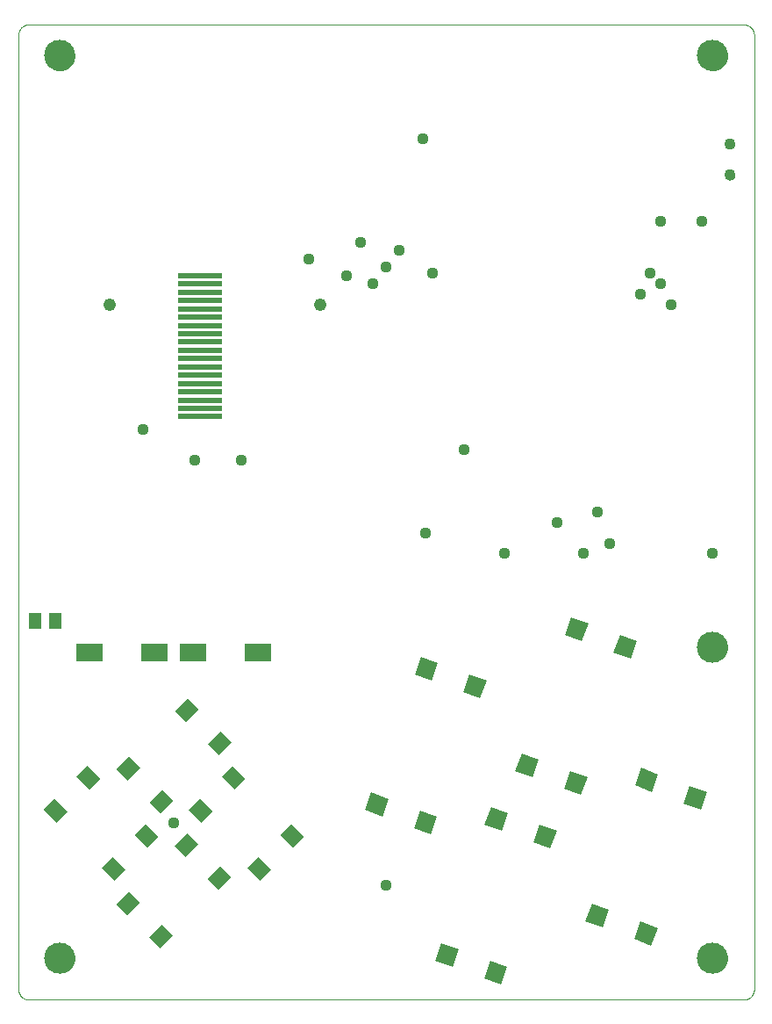
<source format=gts>
G75*
%MOIN*%
%OFA0B0*%
%FSLAX25Y25*%
%IPPOS*%
%LPD*%
%AMOC8*
5,1,8,0,0,1.08239X$1,22.5*
%
%ADD10C,0.00000*%
%ADD11R,0.05131X0.06312*%
%ADD12R,0.16548X0.02375*%
%ADD13R,0.07099X0.06902*%
%ADD14R,0.09855X0.07099*%
%ADD15C,0.04343*%
%ADD16R,0.05918X0.06902*%
%ADD17C,0.11824*%
%ADD18C,0.04369*%
%ADD19C,0.04762*%
D10*
X0055057Y0008630D02*
X0055057Y0370835D01*
X0055059Y0370959D01*
X0055065Y0371082D01*
X0055074Y0371206D01*
X0055088Y0371328D01*
X0055105Y0371451D01*
X0055127Y0371573D01*
X0055152Y0371694D01*
X0055181Y0371814D01*
X0055213Y0371933D01*
X0055250Y0372052D01*
X0055290Y0372169D01*
X0055333Y0372284D01*
X0055381Y0372399D01*
X0055432Y0372511D01*
X0055486Y0372622D01*
X0055544Y0372732D01*
X0055605Y0372839D01*
X0055670Y0372945D01*
X0055738Y0373048D01*
X0055809Y0373149D01*
X0055883Y0373248D01*
X0055960Y0373345D01*
X0056041Y0373439D01*
X0056124Y0373530D01*
X0056210Y0373619D01*
X0056299Y0373705D01*
X0056390Y0373788D01*
X0056484Y0373869D01*
X0056581Y0373946D01*
X0056680Y0374020D01*
X0056781Y0374091D01*
X0056884Y0374159D01*
X0056990Y0374224D01*
X0057097Y0374285D01*
X0057207Y0374343D01*
X0057318Y0374397D01*
X0057430Y0374448D01*
X0057545Y0374496D01*
X0057660Y0374539D01*
X0057777Y0374579D01*
X0057896Y0374616D01*
X0058015Y0374648D01*
X0058135Y0374677D01*
X0058256Y0374702D01*
X0058378Y0374724D01*
X0058501Y0374741D01*
X0058623Y0374755D01*
X0058747Y0374764D01*
X0058870Y0374770D01*
X0058994Y0374772D01*
X0330647Y0374772D01*
X0330771Y0374770D01*
X0330894Y0374764D01*
X0331018Y0374755D01*
X0331140Y0374741D01*
X0331263Y0374724D01*
X0331385Y0374702D01*
X0331506Y0374677D01*
X0331626Y0374648D01*
X0331745Y0374616D01*
X0331864Y0374579D01*
X0331981Y0374539D01*
X0332096Y0374496D01*
X0332211Y0374448D01*
X0332323Y0374397D01*
X0332434Y0374343D01*
X0332544Y0374285D01*
X0332651Y0374224D01*
X0332757Y0374159D01*
X0332860Y0374091D01*
X0332961Y0374020D01*
X0333060Y0373946D01*
X0333157Y0373869D01*
X0333251Y0373788D01*
X0333342Y0373705D01*
X0333431Y0373619D01*
X0333517Y0373530D01*
X0333600Y0373439D01*
X0333681Y0373345D01*
X0333758Y0373248D01*
X0333832Y0373149D01*
X0333903Y0373048D01*
X0333971Y0372945D01*
X0334036Y0372839D01*
X0334097Y0372732D01*
X0334155Y0372622D01*
X0334209Y0372511D01*
X0334260Y0372399D01*
X0334308Y0372284D01*
X0334351Y0372169D01*
X0334391Y0372052D01*
X0334428Y0371933D01*
X0334460Y0371814D01*
X0334489Y0371694D01*
X0334514Y0371573D01*
X0334536Y0371451D01*
X0334553Y0371328D01*
X0334567Y0371206D01*
X0334576Y0371082D01*
X0334582Y0370959D01*
X0334584Y0370835D01*
X0334584Y0008630D01*
X0334582Y0008506D01*
X0334576Y0008383D01*
X0334567Y0008259D01*
X0334553Y0008137D01*
X0334536Y0008014D01*
X0334514Y0007892D01*
X0334489Y0007771D01*
X0334460Y0007651D01*
X0334428Y0007532D01*
X0334391Y0007413D01*
X0334351Y0007296D01*
X0334308Y0007181D01*
X0334260Y0007066D01*
X0334209Y0006954D01*
X0334155Y0006843D01*
X0334097Y0006733D01*
X0334036Y0006626D01*
X0333971Y0006520D01*
X0333903Y0006417D01*
X0333832Y0006316D01*
X0333758Y0006217D01*
X0333681Y0006120D01*
X0333600Y0006026D01*
X0333517Y0005935D01*
X0333431Y0005846D01*
X0333342Y0005760D01*
X0333251Y0005677D01*
X0333157Y0005596D01*
X0333060Y0005519D01*
X0332961Y0005445D01*
X0332860Y0005374D01*
X0332757Y0005306D01*
X0332651Y0005241D01*
X0332544Y0005180D01*
X0332434Y0005122D01*
X0332323Y0005068D01*
X0332211Y0005017D01*
X0332096Y0004969D01*
X0331981Y0004926D01*
X0331864Y0004886D01*
X0331745Y0004849D01*
X0331626Y0004817D01*
X0331506Y0004788D01*
X0331385Y0004763D01*
X0331263Y0004741D01*
X0331140Y0004724D01*
X0331018Y0004710D01*
X0330894Y0004701D01*
X0330771Y0004695D01*
X0330647Y0004693D01*
X0058994Y0004693D01*
X0058870Y0004695D01*
X0058747Y0004701D01*
X0058623Y0004710D01*
X0058501Y0004724D01*
X0058378Y0004741D01*
X0058256Y0004763D01*
X0058135Y0004788D01*
X0058015Y0004817D01*
X0057896Y0004849D01*
X0057777Y0004886D01*
X0057660Y0004926D01*
X0057545Y0004969D01*
X0057430Y0005017D01*
X0057318Y0005068D01*
X0057207Y0005122D01*
X0057097Y0005180D01*
X0056990Y0005241D01*
X0056884Y0005306D01*
X0056781Y0005374D01*
X0056680Y0005445D01*
X0056581Y0005519D01*
X0056484Y0005596D01*
X0056390Y0005677D01*
X0056299Y0005760D01*
X0056210Y0005846D01*
X0056124Y0005935D01*
X0056041Y0006026D01*
X0055960Y0006120D01*
X0055883Y0006217D01*
X0055809Y0006316D01*
X0055738Y0006417D01*
X0055670Y0006520D01*
X0055605Y0006626D01*
X0055544Y0006733D01*
X0055486Y0006843D01*
X0055432Y0006954D01*
X0055381Y0007066D01*
X0055333Y0007181D01*
X0055290Y0007296D01*
X0055250Y0007413D01*
X0055213Y0007532D01*
X0055181Y0007651D01*
X0055152Y0007771D01*
X0055127Y0007892D01*
X0055105Y0008014D01*
X0055088Y0008137D01*
X0055074Y0008259D01*
X0055065Y0008383D01*
X0055059Y0008506D01*
X0055057Y0008630D01*
X0065293Y0020441D02*
X0065295Y0020589D01*
X0065301Y0020737D01*
X0065311Y0020885D01*
X0065325Y0021032D01*
X0065343Y0021179D01*
X0065364Y0021325D01*
X0065390Y0021471D01*
X0065420Y0021616D01*
X0065453Y0021760D01*
X0065491Y0021903D01*
X0065532Y0022045D01*
X0065577Y0022186D01*
X0065625Y0022326D01*
X0065678Y0022465D01*
X0065734Y0022602D01*
X0065794Y0022737D01*
X0065857Y0022871D01*
X0065924Y0023003D01*
X0065995Y0023133D01*
X0066069Y0023261D01*
X0066146Y0023387D01*
X0066227Y0023511D01*
X0066311Y0023633D01*
X0066398Y0023752D01*
X0066489Y0023869D01*
X0066583Y0023984D01*
X0066679Y0024096D01*
X0066779Y0024206D01*
X0066881Y0024312D01*
X0066987Y0024416D01*
X0067095Y0024517D01*
X0067206Y0024615D01*
X0067319Y0024711D01*
X0067435Y0024803D01*
X0067553Y0024892D01*
X0067674Y0024977D01*
X0067797Y0025060D01*
X0067922Y0025139D01*
X0068049Y0025215D01*
X0068178Y0025287D01*
X0068309Y0025356D01*
X0068442Y0025421D01*
X0068577Y0025482D01*
X0068713Y0025540D01*
X0068850Y0025595D01*
X0068989Y0025645D01*
X0069130Y0025692D01*
X0069271Y0025735D01*
X0069414Y0025775D01*
X0069558Y0025810D01*
X0069702Y0025842D01*
X0069848Y0025869D01*
X0069994Y0025893D01*
X0070141Y0025913D01*
X0070288Y0025929D01*
X0070435Y0025941D01*
X0070583Y0025949D01*
X0070731Y0025953D01*
X0070879Y0025953D01*
X0071027Y0025949D01*
X0071175Y0025941D01*
X0071322Y0025929D01*
X0071469Y0025913D01*
X0071616Y0025893D01*
X0071762Y0025869D01*
X0071908Y0025842D01*
X0072052Y0025810D01*
X0072196Y0025775D01*
X0072339Y0025735D01*
X0072480Y0025692D01*
X0072621Y0025645D01*
X0072760Y0025595D01*
X0072897Y0025540D01*
X0073033Y0025482D01*
X0073168Y0025421D01*
X0073301Y0025356D01*
X0073432Y0025287D01*
X0073561Y0025215D01*
X0073688Y0025139D01*
X0073813Y0025060D01*
X0073936Y0024977D01*
X0074057Y0024892D01*
X0074175Y0024803D01*
X0074291Y0024711D01*
X0074404Y0024615D01*
X0074515Y0024517D01*
X0074623Y0024416D01*
X0074729Y0024312D01*
X0074831Y0024206D01*
X0074931Y0024096D01*
X0075027Y0023984D01*
X0075121Y0023869D01*
X0075212Y0023752D01*
X0075299Y0023633D01*
X0075383Y0023511D01*
X0075464Y0023387D01*
X0075541Y0023261D01*
X0075615Y0023133D01*
X0075686Y0023003D01*
X0075753Y0022871D01*
X0075816Y0022737D01*
X0075876Y0022602D01*
X0075932Y0022465D01*
X0075985Y0022326D01*
X0076033Y0022186D01*
X0076078Y0022045D01*
X0076119Y0021903D01*
X0076157Y0021760D01*
X0076190Y0021616D01*
X0076220Y0021471D01*
X0076246Y0021325D01*
X0076267Y0021179D01*
X0076285Y0021032D01*
X0076299Y0020885D01*
X0076309Y0020737D01*
X0076315Y0020589D01*
X0076317Y0020441D01*
X0076315Y0020293D01*
X0076309Y0020145D01*
X0076299Y0019997D01*
X0076285Y0019850D01*
X0076267Y0019703D01*
X0076246Y0019557D01*
X0076220Y0019411D01*
X0076190Y0019266D01*
X0076157Y0019122D01*
X0076119Y0018979D01*
X0076078Y0018837D01*
X0076033Y0018696D01*
X0075985Y0018556D01*
X0075932Y0018417D01*
X0075876Y0018280D01*
X0075816Y0018145D01*
X0075753Y0018011D01*
X0075686Y0017879D01*
X0075615Y0017749D01*
X0075541Y0017621D01*
X0075464Y0017495D01*
X0075383Y0017371D01*
X0075299Y0017249D01*
X0075212Y0017130D01*
X0075121Y0017013D01*
X0075027Y0016898D01*
X0074931Y0016786D01*
X0074831Y0016676D01*
X0074729Y0016570D01*
X0074623Y0016466D01*
X0074515Y0016365D01*
X0074404Y0016267D01*
X0074291Y0016171D01*
X0074175Y0016079D01*
X0074057Y0015990D01*
X0073936Y0015905D01*
X0073813Y0015822D01*
X0073688Y0015743D01*
X0073561Y0015667D01*
X0073432Y0015595D01*
X0073301Y0015526D01*
X0073168Y0015461D01*
X0073033Y0015400D01*
X0072897Y0015342D01*
X0072760Y0015287D01*
X0072621Y0015237D01*
X0072480Y0015190D01*
X0072339Y0015147D01*
X0072196Y0015107D01*
X0072052Y0015072D01*
X0071908Y0015040D01*
X0071762Y0015013D01*
X0071616Y0014989D01*
X0071469Y0014969D01*
X0071322Y0014953D01*
X0071175Y0014941D01*
X0071027Y0014933D01*
X0070879Y0014929D01*
X0070731Y0014929D01*
X0070583Y0014933D01*
X0070435Y0014941D01*
X0070288Y0014953D01*
X0070141Y0014969D01*
X0069994Y0014989D01*
X0069848Y0015013D01*
X0069702Y0015040D01*
X0069558Y0015072D01*
X0069414Y0015107D01*
X0069271Y0015147D01*
X0069130Y0015190D01*
X0068989Y0015237D01*
X0068850Y0015287D01*
X0068713Y0015342D01*
X0068577Y0015400D01*
X0068442Y0015461D01*
X0068309Y0015526D01*
X0068178Y0015595D01*
X0068049Y0015667D01*
X0067922Y0015743D01*
X0067797Y0015822D01*
X0067674Y0015905D01*
X0067553Y0015990D01*
X0067435Y0016079D01*
X0067319Y0016171D01*
X0067206Y0016267D01*
X0067095Y0016365D01*
X0066987Y0016466D01*
X0066881Y0016570D01*
X0066779Y0016676D01*
X0066679Y0016786D01*
X0066583Y0016898D01*
X0066489Y0017013D01*
X0066398Y0017130D01*
X0066311Y0017249D01*
X0066227Y0017371D01*
X0066146Y0017495D01*
X0066069Y0017621D01*
X0065995Y0017749D01*
X0065924Y0017879D01*
X0065857Y0018011D01*
X0065794Y0018145D01*
X0065734Y0018280D01*
X0065678Y0018417D01*
X0065625Y0018556D01*
X0065577Y0018696D01*
X0065532Y0018837D01*
X0065491Y0018979D01*
X0065453Y0019122D01*
X0065420Y0019266D01*
X0065390Y0019411D01*
X0065364Y0019557D01*
X0065343Y0019703D01*
X0065325Y0019850D01*
X0065311Y0019997D01*
X0065301Y0020145D01*
X0065295Y0020293D01*
X0065293Y0020441D01*
X0313324Y0020441D02*
X0313326Y0020589D01*
X0313332Y0020737D01*
X0313342Y0020885D01*
X0313356Y0021032D01*
X0313374Y0021179D01*
X0313395Y0021325D01*
X0313421Y0021471D01*
X0313451Y0021616D01*
X0313484Y0021760D01*
X0313522Y0021903D01*
X0313563Y0022045D01*
X0313608Y0022186D01*
X0313656Y0022326D01*
X0313709Y0022465D01*
X0313765Y0022602D01*
X0313825Y0022737D01*
X0313888Y0022871D01*
X0313955Y0023003D01*
X0314026Y0023133D01*
X0314100Y0023261D01*
X0314177Y0023387D01*
X0314258Y0023511D01*
X0314342Y0023633D01*
X0314429Y0023752D01*
X0314520Y0023869D01*
X0314614Y0023984D01*
X0314710Y0024096D01*
X0314810Y0024206D01*
X0314912Y0024312D01*
X0315018Y0024416D01*
X0315126Y0024517D01*
X0315237Y0024615D01*
X0315350Y0024711D01*
X0315466Y0024803D01*
X0315584Y0024892D01*
X0315705Y0024977D01*
X0315828Y0025060D01*
X0315953Y0025139D01*
X0316080Y0025215D01*
X0316209Y0025287D01*
X0316340Y0025356D01*
X0316473Y0025421D01*
X0316608Y0025482D01*
X0316744Y0025540D01*
X0316881Y0025595D01*
X0317020Y0025645D01*
X0317161Y0025692D01*
X0317302Y0025735D01*
X0317445Y0025775D01*
X0317589Y0025810D01*
X0317733Y0025842D01*
X0317879Y0025869D01*
X0318025Y0025893D01*
X0318172Y0025913D01*
X0318319Y0025929D01*
X0318466Y0025941D01*
X0318614Y0025949D01*
X0318762Y0025953D01*
X0318910Y0025953D01*
X0319058Y0025949D01*
X0319206Y0025941D01*
X0319353Y0025929D01*
X0319500Y0025913D01*
X0319647Y0025893D01*
X0319793Y0025869D01*
X0319939Y0025842D01*
X0320083Y0025810D01*
X0320227Y0025775D01*
X0320370Y0025735D01*
X0320511Y0025692D01*
X0320652Y0025645D01*
X0320791Y0025595D01*
X0320928Y0025540D01*
X0321064Y0025482D01*
X0321199Y0025421D01*
X0321332Y0025356D01*
X0321463Y0025287D01*
X0321592Y0025215D01*
X0321719Y0025139D01*
X0321844Y0025060D01*
X0321967Y0024977D01*
X0322088Y0024892D01*
X0322206Y0024803D01*
X0322322Y0024711D01*
X0322435Y0024615D01*
X0322546Y0024517D01*
X0322654Y0024416D01*
X0322760Y0024312D01*
X0322862Y0024206D01*
X0322962Y0024096D01*
X0323058Y0023984D01*
X0323152Y0023869D01*
X0323243Y0023752D01*
X0323330Y0023633D01*
X0323414Y0023511D01*
X0323495Y0023387D01*
X0323572Y0023261D01*
X0323646Y0023133D01*
X0323717Y0023003D01*
X0323784Y0022871D01*
X0323847Y0022737D01*
X0323907Y0022602D01*
X0323963Y0022465D01*
X0324016Y0022326D01*
X0324064Y0022186D01*
X0324109Y0022045D01*
X0324150Y0021903D01*
X0324188Y0021760D01*
X0324221Y0021616D01*
X0324251Y0021471D01*
X0324277Y0021325D01*
X0324298Y0021179D01*
X0324316Y0021032D01*
X0324330Y0020885D01*
X0324340Y0020737D01*
X0324346Y0020589D01*
X0324348Y0020441D01*
X0324346Y0020293D01*
X0324340Y0020145D01*
X0324330Y0019997D01*
X0324316Y0019850D01*
X0324298Y0019703D01*
X0324277Y0019557D01*
X0324251Y0019411D01*
X0324221Y0019266D01*
X0324188Y0019122D01*
X0324150Y0018979D01*
X0324109Y0018837D01*
X0324064Y0018696D01*
X0324016Y0018556D01*
X0323963Y0018417D01*
X0323907Y0018280D01*
X0323847Y0018145D01*
X0323784Y0018011D01*
X0323717Y0017879D01*
X0323646Y0017749D01*
X0323572Y0017621D01*
X0323495Y0017495D01*
X0323414Y0017371D01*
X0323330Y0017249D01*
X0323243Y0017130D01*
X0323152Y0017013D01*
X0323058Y0016898D01*
X0322962Y0016786D01*
X0322862Y0016676D01*
X0322760Y0016570D01*
X0322654Y0016466D01*
X0322546Y0016365D01*
X0322435Y0016267D01*
X0322322Y0016171D01*
X0322206Y0016079D01*
X0322088Y0015990D01*
X0321967Y0015905D01*
X0321844Y0015822D01*
X0321719Y0015743D01*
X0321592Y0015667D01*
X0321463Y0015595D01*
X0321332Y0015526D01*
X0321199Y0015461D01*
X0321064Y0015400D01*
X0320928Y0015342D01*
X0320791Y0015287D01*
X0320652Y0015237D01*
X0320511Y0015190D01*
X0320370Y0015147D01*
X0320227Y0015107D01*
X0320083Y0015072D01*
X0319939Y0015040D01*
X0319793Y0015013D01*
X0319647Y0014989D01*
X0319500Y0014969D01*
X0319353Y0014953D01*
X0319206Y0014941D01*
X0319058Y0014933D01*
X0318910Y0014929D01*
X0318762Y0014929D01*
X0318614Y0014933D01*
X0318466Y0014941D01*
X0318319Y0014953D01*
X0318172Y0014969D01*
X0318025Y0014989D01*
X0317879Y0015013D01*
X0317733Y0015040D01*
X0317589Y0015072D01*
X0317445Y0015107D01*
X0317302Y0015147D01*
X0317161Y0015190D01*
X0317020Y0015237D01*
X0316881Y0015287D01*
X0316744Y0015342D01*
X0316608Y0015400D01*
X0316473Y0015461D01*
X0316340Y0015526D01*
X0316209Y0015595D01*
X0316080Y0015667D01*
X0315953Y0015743D01*
X0315828Y0015822D01*
X0315705Y0015905D01*
X0315584Y0015990D01*
X0315466Y0016079D01*
X0315350Y0016171D01*
X0315237Y0016267D01*
X0315126Y0016365D01*
X0315018Y0016466D01*
X0314912Y0016570D01*
X0314810Y0016676D01*
X0314710Y0016786D01*
X0314614Y0016898D01*
X0314520Y0017013D01*
X0314429Y0017130D01*
X0314342Y0017249D01*
X0314258Y0017371D01*
X0314177Y0017495D01*
X0314100Y0017621D01*
X0314026Y0017749D01*
X0313955Y0017879D01*
X0313888Y0018011D01*
X0313825Y0018145D01*
X0313765Y0018280D01*
X0313709Y0018417D01*
X0313656Y0018556D01*
X0313608Y0018696D01*
X0313563Y0018837D01*
X0313522Y0018979D01*
X0313484Y0019122D01*
X0313451Y0019266D01*
X0313421Y0019411D01*
X0313395Y0019557D01*
X0313374Y0019703D01*
X0313356Y0019850D01*
X0313342Y0019997D01*
X0313332Y0020145D01*
X0313326Y0020293D01*
X0313324Y0020441D01*
X0313324Y0138551D02*
X0313326Y0138699D01*
X0313332Y0138847D01*
X0313342Y0138995D01*
X0313356Y0139142D01*
X0313374Y0139289D01*
X0313395Y0139435D01*
X0313421Y0139581D01*
X0313451Y0139726D01*
X0313484Y0139870D01*
X0313522Y0140013D01*
X0313563Y0140155D01*
X0313608Y0140296D01*
X0313656Y0140436D01*
X0313709Y0140575D01*
X0313765Y0140712D01*
X0313825Y0140847D01*
X0313888Y0140981D01*
X0313955Y0141113D01*
X0314026Y0141243D01*
X0314100Y0141371D01*
X0314177Y0141497D01*
X0314258Y0141621D01*
X0314342Y0141743D01*
X0314429Y0141862D01*
X0314520Y0141979D01*
X0314614Y0142094D01*
X0314710Y0142206D01*
X0314810Y0142316D01*
X0314912Y0142422D01*
X0315018Y0142526D01*
X0315126Y0142627D01*
X0315237Y0142725D01*
X0315350Y0142821D01*
X0315466Y0142913D01*
X0315584Y0143002D01*
X0315705Y0143087D01*
X0315828Y0143170D01*
X0315953Y0143249D01*
X0316080Y0143325D01*
X0316209Y0143397D01*
X0316340Y0143466D01*
X0316473Y0143531D01*
X0316608Y0143592D01*
X0316744Y0143650D01*
X0316881Y0143705D01*
X0317020Y0143755D01*
X0317161Y0143802D01*
X0317302Y0143845D01*
X0317445Y0143885D01*
X0317589Y0143920D01*
X0317733Y0143952D01*
X0317879Y0143979D01*
X0318025Y0144003D01*
X0318172Y0144023D01*
X0318319Y0144039D01*
X0318466Y0144051D01*
X0318614Y0144059D01*
X0318762Y0144063D01*
X0318910Y0144063D01*
X0319058Y0144059D01*
X0319206Y0144051D01*
X0319353Y0144039D01*
X0319500Y0144023D01*
X0319647Y0144003D01*
X0319793Y0143979D01*
X0319939Y0143952D01*
X0320083Y0143920D01*
X0320227Y0143885D01*
X0320370Y0143845D01*
X0320511Y0143802D01*
X0320652Y0143755D01*
X0320791Y0143705D01*
X0320928Y0143650D01*
X0321064Y0143592D01*
X0321199Y0143531D01*
X0321332Y0143466D01*
X0321463Y0143397D01*
X0321592Y0143325D01*
X0321719Y0143249D01*
X0321844Y0143170D01*
X0321967Y0143087D01*
X0322088Y0143002D01*
X0322206Y0142913D01*
X0322322Y0142821D01*
X0322435Y0142725D01*
X0322546Y0142627D01*
X0322654Y0142526D01*
X0322760Y0142422D01*
X0322862Y0142316D01*
X0322962Y0142206D01*
X0323058Y0142094D01*
X0323152Y0141979D01*
X0323243Y0141862D01*
X0323330Y0141743D01*
X0323414Y0141621D01*
X0323495Y0141497D01*
X0323572Y0141371D01*
X0323646Y0141243D01*
X0323717Y0141113D01*
X0323784Y0140981D01*
X0323847Y0140847D01*
X0323907Y0140712D01*
X0323963Y0140575D01*
X0324016Y0140436D01*
X0324064Y0140296D01*
X0324109Y0140155D01*
X0324150Y0140013D01*
X0324188Y0139870D01*
X0324221Y0139726D01*
X0324251Y0139581D01*
X0324277Y0139435D01*
X0324298Y0139289D01*
X0324316Y0139142D01*
X0324330Y0138995D01*
X0324340Y0138847D01*
X0324346Y0138699D01*
X0324348Y0138551D01*
X0324346Y0138403D01*
X0324340Y0138255D01*
X0324330Y0138107D01*
X0324316Y0137960D01*
X0324298Y0137813D01*
X0324277Y0137667D01*
X0324251Y0137521D01*
X0324221Y0137376D01*
X0324188Y0137232D01*
X0324150Y0137089D01*
X0324109Y0136947D01*
X0324064Y0136806D01*
X0324016Y0136666D01*
X0323963Y0136527D01*
X0323907Y0136390D01*
X0323847Y0136255D01*
X0323784Y0136121D01*
X0323717Y0135989D01*
X0323646Y0135859D01*
X0323572Y0135731D01*
X0323495Y0135605D01*
X0323414Y0135481D01*
X0323330Y0135359D01*
X0323243Y0135240D01*
X0323152Y0135123D01*
X0323058Y0135008D01*
X0322962Y0134896D01*
X0322862Y0134786D01*
X0322760Y0134680D01*
X0322654Y0134576D01*
X0322546Y0134475D01*
X0322435Y0134377D01*
X0322322Y0134281D01*
X0322206Y0134189D01*
X0322088Y0134100D01*
X0321967Y0134015D01*
X0321844Y0133932D01*
X0321719Y0133853D01*
X0321592Y0133777D01*
X0321463Y0133705D01*
X0321332Y0133636D01*
X0321199Y0133571D01*
X0321064Y0133510D01*
X0320928Y0133452D01*
X0320791Y0133397D01*
X0320652Y0133347D01*
X0320511Y0133300D01*
X0320370Y0133257D01*
X0320227Y0133217D01*
X0320083Y0133182D01*
X0319939Y0133150D01*
X0319793Y0133123D01*
X0319647Y0133099D01*
X0319500Y0133079D01*
X0319353Y0133063D01*
X0319206Y0133051D01*
X0319058Y0133043D01*
X0318910Y0133039D01*
X0318762Y0133039D01*
X0318614Y0133043D01*
X0318466Y0133051D01*
X0318319Y0133063D01*
X0318172Y0133079D01*
X0318025Y0133099D01*
X0317879Y0133123D01*
X0317733Y0133150D01*
X0317589Y0133182D01*
X0317445Y0133217D01*
X0317302Y0133257D01*
X0317161Y0133300D01*
X0317020Y0133347D01*
X0316881Y0133397D01*
X0316744Y0133452D01*
X0316608Y0133510D01*
X0316473Y0133571D01*
X0316340Y0133636D01*
X0316209Y0133705D01*
X0316080Y0133777D01*
X0315953Y0133853D01*
X0315828Y0133932D01*
X0315705Y0134015D01*
X0315584Y0134100D01*
X0315466Y0134189D01*
X0315350Y0134281D01*
X0315237Y0134377D01*
X0315126Y0134475D01*
X0315018Y0134576D01*
X0314912Y0134680D01*
X0314810Y0134786D01*
X0314710Y0134896D01*
X0314614Y0135008D01*
X0314520Y0135123D01*
X0314429Y0135240D01*
X0314342Y0135359D01*
X0314258Y0135481D01*
X0314177Y0135605D01*
X0314100Y0135731D01*
X0314026Y0135859D01*
X0313955Y0135989D01*
X0313888Y0136121D01*
X0313825Y0136255D01*
X0313765Y0136390D01*
X0313709Y0136527D01*
X0313656Y0136666D01*
X0313608Y0136806D01*
X0313563Y0136947D01*
X0313522Y0137089D01*
X0313484Y0137232D01*
X0313451Y0137376D01*
X0313421Y0137521D01*
X0313395Y0137667D01*
X0313374Y0137813D01*
X0313356Y0137960D01*
X0313342Y0138107D01*
X0313332Y0138255D01*
X0313326Y0138403D01*
X0313324Y0138551D01*
X0323560Y0317685D02*
X0323562Y0317769D01*
X0323568Y0317852D01*
X0323578Y0317935D01*
X0323592Y0318018D01*
X0323609Y0318100D01*
X0323631Y0318181D01*
X0323656Y0318260D01*
X0323685Y0318339D01*
X0323718Y0318416D01*
X0323754Y0318491D01*
X0323794Y0318565D01*
X0323837Y0318637D01*
X0323884Y0318706D01*
X0323934Y0318773D01*
X0323987Y0318838D01*
X0324043Y0318900D01*
X0324101Y0318960D01*
X0324163Y0319017D01*
X0324227Y0319070D01*
X0324294Y0319121D01*
X0324363Y0319168D01*
X0324434Y0319213D01*
X0324507Y0319253D01*
X0324582Y0319290D01*
X0324659Y0319324D01*
X0324737Y0319354D01*
X0324816Y0319380D01*
X0324897Y0319403D01*
X0324979Y0319421D01*
X0325061Y0319436D01*
X0325144Y0319447D01*
X0325227Y0319454D01*
X0325311Y0319457D01*
X0325395Y0319456D01*
X0325478Y0319451D01*
X0325562Y0319442D01*
X0325644Y0319429D01*
X0325726Y0319413D01*
X0325807Y0319392D01*
X0325888Y0319368D01*
X0325966Y0319340D01*
X0326044Y0319308D01*
X0326120Y0319272D01*
X0326194Y0319233D01*
X0326266Y0319191D01*
X0326336Y0319145D01*
X0326404Y0319096D01*
X0326469Y0319044D01*
X0326532Y0318989D01*
X0326592Y0318931D01*
X0326650Y0318870D01*
X0326704Y0318806D01*
X0326756Y0318740D01*
X0326804Y0318672D01*
X0326849Y0318601D01*
X0326890Y0318528D01*
X0326929Y0318454D01*
X0326963Y0318378D01*
X0326994Y0318300D01*
X0327021Y0318221D01*
X0327045Y0318140D01*
X0327064Y0318059D01*
X0327080Y0317977D01*
X0327092Y0317894D01*
X0327100Y0317810D01*
X0327104Y0317727D01*
X0327104Y0317643D01*
X0327100Y0317560D01*
X0327092Y0317476D01*
X0327080Y0317393D01*
X0327064Y0317311D01*
X0327045Y0317230D01*
X0327021Y0317149D01*
X0326994Y0317070D01*
X0326963Y0316992D01*
X0326929Y0316916D01*
X0326890Y0316842D01*
X0326849Y0316769D01*
X0326804Y0316698D01*
X0326756Y0316630D01*
X0326704Y0316564D01*
X0326650Y0316500D01*
X0326592Y0316439D01*
X0326532Y0316381D01*
X0326469Y0316326D01*
X0326404Y0316274D01*
X0326336Y0316225D01*
X0326266Y0316179D01*
X0326194Y0316137D01*
X0326120Y0316098D01*
X0326044Y0316062D01*
X0325966Y0316030D01*
X0325888Y0316002D01*
X0325807Y0315978D01*
X0325726Y0315957D01*
X0325644Y0315941D01*
X0325562Y0315928D01*
X0325478Y0315919D01*
X0325395Y0315914D01*
X0325311Y0315913D01*
X0325227Y0315916D01*
X0325144Y0315923D01*
X0325061Y0315934D01*
X0324979Y0315949D01*
X0324897Y0315967D01*
X0324816Y0315990D01*
X0324737Y0316016D01*
X0324659Y0316046D01*
X0324582Y0316080D01*
X0324507Y0316117D01*
X0324434Y0316157D01*
X0324363Y0316202D01*
X0324294Y0316249D01*
X0324227Y0316300D01*
X0324163Y0316353D01*
X0324101Y0316410D01*
X0324043Y0316470D01*
X0323987Y0316532D01*
X0323934Y0316597D01*
X0323884Y0316664D01*
X0323837Y0316733D01*
X0323794Y0316805D01*
X0323754Y0316879D01*
X0323718Y0316954D01*
X0323685Y0317031D01*
X0323656Y0317110D01*
X0323631Y0317189D01*
X0323609Y0317270D01*
X0323592Y0317352D01*
X0323578Y0317435D01*
X0323568Y0317518D01*
X0323562Y0317601D01*
X0323560Y0317685D01*
X0323560Y0329496D02*
X0323562Y0329580D01*
X0323568Y0329663D01*
X0323578Y0329746D01*
X0323592Y0329829D01*
X0323609Y0329911D01*
X0323631Y0329992D01*
X0323656Y0330071D01*
X0323685Y0330150D01*
X0323718Y0330227D01*
X0323754Y0330302D01*
X0323794Y0330376D01*
X0323837Y0330448D01*
X0323884Y0330517D01*
X0323934Y0330584D01*
X0323987Y0330649D01*
X0324043Y0330711D01*
X0324101Y0330771D01*
X0324163Y0330828D01*
X0324227Y0330881D01*
X0324294Y0330932D01*
X0324363Y0330979D01*
X0324434Y0331024D01*
X0324507Y0331064D01*
X0324582Y0331101D01*
X0324659Y0331135D01*
X0324737Y0331165D01*
X0324816Y0331191D01*
X0324897Y0331214D01*
X0324979Y0331232D01*
X0325061Y0331247D01*
X0325144Y0331258D01*
X0325227Y0331265D01*
X0325311Y0331268D01*
X0325395Y0331267D01*
X0325478Y0331262D01*
X0325562Y0331253D01*
X0325644Y0331240D01*
X0325726Y0331224D01*
X0325807Y0331203D01*
X0325888Y0331179D01*
X0325966Y0331151D01*
X0326044Y0331119D01*
X0326120Y0331083D01*
X0326194Y0331044D01*
X0326266Y0331002D01*
X0326336Y0330956D01*
X0326404Y0330907D01*
X0326469Y0330855D01*
X0326532Y0330800D01*
X0326592Y0330742D01*
X0326650Y0330681D01*
X0326704Y0330617D01*
X0326756Y0330551D01*
X0326804Y0330483D01*
X0326849Y0330412D01*
X0326890Y0330339D01*
X0326929Y0330265D01*
X0326963Y0330189D01*
X0326994Y0330111D01*
X0327021Y0330032D01*
X0327045Y0329951D01*
X0327064Y0329870D01*
X0327080Y0329788D01*
X0327092Y0329705D01*
X0327100Y0329621D01*
X0327104Y0329538D01*
X0327104Y0329454D01*
X0327100Y0329371D01*
X0327092Y0329287D01*
X0327080Y0329204D01*
X0327064Y0329122D01*
X0327045Y0329041D01*
X0327021Y0328960D01*
X0326994Y0328881D01*
X0326963Y0328803D01*
X0326929Y0328727D01*
X0326890Y0328653D01*
X0326849Y0328580D01*
X0326804Y0328509D01*
X0326756Y0328441D01*
X0326704Y0328375D01*
X0326650Y0328311D01*
X0326592Y0328250D01*
X0326532Y0328192D01*
X0326469Y0328137D01*
X0326404Y0328085D01*
X0326336Y0328036D01*
X0326266Y0327990D01*
X0326194Y0327948D01*
X0326120Y0327909D01*
X0326044Y0327873D01*
X0325966Y0327841D01*
X0325888Y0327813D01*
X0325807Y0327789D01*
X0325726Y0327768D01*
X0325644Y0327752D01*
X0325562Y0327739D01*
X0325478Y0327730D01*
X0325395Y0327725D01*
X0325311Y0327724D01*
X0325227Y0327727D01*
X0325144Y0327734D01*
X0325061Y0327745D01*
X0324979Y0327760D01*
X0324897Y0327778D01*
X0324816Y0327801D01*
X0324737Y0327827D01*
X0324659Y0327857D01*
X0324582Y0327891D01*
X0324507Y0327928D01*
X0324434Y0327968D01*
X0324363Y0328013D01*
X0324294Y0328060D01*
X0324227Y0328111D01*
X0324163Y0328164D01*
X0324101Y0328221D01*
X0324043Y0328281D01*
X0323987Y0328343D01*
X0323934Y0328408D01*
X0323884Y0328475D01*
X0323837Y0328544D01*
X0323794Y0328616D01*
X0323754Y0328690D01*
X0323718Y0328765D01*
X0323685Y0328842D01*
X0323656Y0328921D01*
X0323631Y0329000D01*
X0323609Y0329081D01*
X0323592Y0329163D01*
X0323578Y0329246D01*
X0323568Y0329329D01*
X0323562Y0329412D01*
X0323560Y0329496D01*
X0313324Y0362961D02*
X0313326Y0363109D01*
X0313332Y0363257D01*
X0313342Y0363405D01*
X0313356Y0363552D01*
X0313374Y0363699D01*
X0313395Y0363845D01*
X0313421Y0363991D01*
X0313451Y0364136D01*
X0313484Y0364280D01*
X0313522Y0364423D01*
X0313563Y0364565D01*
X0313608Y0364706D01*
X0313656Y0364846D01*
X0313709Y0364985D01*
X0313765Y0365122D01*
X0313825Y0365257D01*
X0313888Y0365391D01*
X0313955Y0365523D01*
X0314026Y0365653D01*
X0314100Y0365781D01*
X0314177Y0365907D01*
X0314258Y0366031D01*
X0314342Y0366153D01*
X0314429Y0366272D01*
X0314520Y0366389D01*
X0314614Y0366504D01*
X0314710Y0366616D01*
X0314810Y0366726D01*
X0314912Y0366832D01*
X0315018Y0366936D01*
X0315126Y0367037D01*
X0315237Y0367135D01*
X0315350Y0367231D01*
X0315466Y0367323D01*
X0315584Y0367412D01*
X0315705Y0367497D01*
X0315828Y0367580D01*
X0315953Y0367659D01*
X0316080Y0367735D01*
X0316209Y0367807D01*
X0316340Y0367876D01*
X0316473Y0367941D01*
X0316608Y0368002D01*
X0316744Y0368060D01*
X0316881Y0368115D01*
X0317020Y0368165D01*
X0317161Y0368212D01*
X0317302Y0368255D01*
X0317445Y0368295D01*
X0317589Y0368330D01*
X0317733Y0368362D01*
X0317879Y0368389D01*
X0318025Y0368413D01*
X0318172Y0368433D01*
X0318319Y0368449D01*
X0318466Y0368461D01*
X0318614Y0368469D01*
X0318762Y0368473D01*
X0318910Y0368473D01*
X0319058Y0368469D01*
X0319206Y0368461D01*
X0319353Y0368449D01*
X0319500Y0368433D01*
X0319647Y0368413D01*
X0319793Y0368389D01*
X0319939Y0368362D01*
X0320083Y0368330D01*
X0320227Y0368295D01*
X0320370Y0368255D01*
X0320511Y0368212D01*
X0320652Y0368165D01*
X0320791Y0368115D01*
X0320928Y0368060D01*
X0321064Y0368002D01*
X0321199Y0367941D01*
X0321332Y0367876D01*
X0321463Y0367807D01*
X0321592Y0367735D01*
X0321719Y0367659D01*
X0321844Y0367580D01*
X0321967Y0367497D01*
X0322088Y0367412D01*
X0322206Y0367323D01*
X0322322Y0367231D01*
X0322435Y0367135D01*
X0322546Y0367037D01*
X0322654Y0366936D01*
X0322760Y0366832D01*
X0322862Y0366726D01*
X0322962Y0366616D01*
X0323058Y0366504D01*
X0323152Y0366389D01*
X0323243Y0366272D01*
X0323330Y0366153D01*
X0323414Y0366031D01*
X0323495Y0365907D01*
X0323572Y0365781D01*
X0323646Y0365653D01*
X0323717Y0365523D01*
X0323784Y0365391D01*
X0323847Y0365257D01*
X0323907Y0365122D01*
X0323963Y0364985D01*
X0324016Y0364846D01*
X0324064Y0364706D01*
X0324109Y0364565D01*
X0324150Y0364423D01*
X0324188Y0364280D01*
X0324221Y0364136D01*
X0324251Y0363991D01*
X0324277Y0363845D01*
X0324298Y0363699D01*
X0324316Y0363552D01*
X0324330Y0363405D01*
X0324340Y0363257D01*
X0324346Y0363109D01*
X0324348Y0362961D01*
X0324346Y0362813D01*
X0324340Y0362665D01*
X0324330Y0362517D01*
X0324316Y0362370D01*
X0324298Y0362223D01*
X0324277Y0362077D01*
X0324251Y0361931D01*
X0324221Y0361786D01*
X0324188Y0361642D01*
X0324150Y0361499D01*
X0324109Y0361357D01*
X0324064Y0361216D01*
X0324016Y0361076D01*
X0323963Y0360937D01*
X0323907Y0360800D01*
X0323847Y0360665D01*
X0323784Y0360531D01*
X0323717Y0360399D01*
X0323646Y0360269D01*
X0323572Y0360141D01*
X0323495Y0360015D01*
X0323414Y0359891D01*
X0323330Y0359769D01*
X0323243Y0359650D01*
X0323152Y0359533D01*
X0323058Y0359418D01*
X0322962Y0359306D01*
X0322862Y0359196D01*
X0322760Y0359090D01*
X0322654Y0358986D01*
X0322546Y0358885D01*
X0322435Y0358787D01*
X0322322Y0358691D01*
X0322206Y0358599D01*
X0322088Y0358510D01*
X0321967Y0358425D01*
X0321844Y0358342D01*
X0321719Y0358263D01*
X0321592Y0358187D01*
X0321463Y0358115D01*
X0321332Y0358046D01*
X0321199Y0357981D01*
X0321064Y0357920D01*
X0320928Y0357862D01*
X0320791Y0357807D01*
X0320652Y0357757D01*
X0320511Y0357710D01*
X0320370Y0357667D01*
X0320227Y0357627D01*
X0320083Y0357592D01*
X0319939Y0357560D01*
X0319793Y0357533D01*
X0319647Y0357509D01*
X0319500Y0357489D01*
X0319353Y0357473D01*
X0319206Y0357461D01*
X0319058Y0357453D01*
X0318910Y0357449D01*
X0318762Y0357449D01*
X0318614Y0357453D01*
X0318466Y0357461D01*
X0318319Y0357473D01*
X0318172Y0357489D01*
X0318025Y0357509D01*
X0317879Y0357533D01*
X0317733Y0357560D01*
X0317589Y0357592D01*
X0317445Y0357627D01*
X0317302Y0357667D01*
X0317161Y0357710D01*
X0317020Y0357757D01*
X0316881Y0357807D01*
X0316744Y0357862D01*
X0316608Y0357920D01*
X0316473Y0357981D01*
X0316340Y0358046D01*
X0316209Y0358115D01*
X0316080Y0358187D01*
X0315953Y0358263D01*
X0315828Y0358342D01*
X0315705Y0358425D01*
X0315584Y0358510D01*
X0315466Y0358599D01*
X0315350Y0358691D01*
X0315237Y0358787D01*
X0315126Y0358885D01*
X0315018Y0358986D01*
X0314912Y0359090D01*
X0314810Y0359196D01*
X0314710Y0359306D01*
X0314614Y0359418D01*
X0314520Y0359533D01*
X0314429Y0359650D01*
X0314342Y0359769D01*
X0314258Y0359891D01*
X0314177Y0360015D01*
X0314100Y0360141D01*
X0314026Y0360269D01*
X0313955Y0360399D01*
X0313888Y0360531D01*
X0313825Y0360665D01*
X0313765Y0360800D01*
X0313709Y0360937D01*
X0313656Y0361076D01*
X0313608Y0361216D01*
X0313563Y0361357D01*
X0313522Y0361499D01*
X0313484Y0361642D01*
X0313451Y0361786D01*
X0313421Y0361931D01*
X0313395Y0362077D01*
X0313374Y0362223D01*
X0313356Y0362370D01*
X0313342Y0362517D01*
X0313332Y0362665D01*
X0313326Y0362813D01*
X0313324Y0362961D01*
X0065293Y0362961D02*
X0065295Y0363109D01*
X0065301Y0363257D01*
X0065311Y0363405D01*
X0065325Y0363552D01*
X0065343Y0363699D01*
X0065364Y0363845D01*
X0065390Y0363991D01*
X0065420Y0364136D01*
X0065453Y0364280D01*
X0065491Y0364423D01*
X0065532Y0364565D01*
X0065577Y0364706D01*
X0065625Y0364846D01*
X0065678Y0364985D01*
X0065734Y0365122D01*
X0065794Y0365257D01*
X0065857Y0365391D01*
X0065924Y0365523D01*
X0065995Y0365653D01*
X0066069Y0365781D01*
X0066146Y0365907D01*
X0066227Y0366031D01*
X0066311Y0366153D01*
X0066398Y0366272D01*
X0066489Y0366389D01*
X0066583Y0366504D01*
X0066679Y0366616D01*
X0066779Y0366726D01*
X0066881Y0366832D01*
X0066987Y0366936D01*
X0067095Y0367037D01*
X0067206Y0367135D01*
X0067319Y0367231D01*
X0067435Y0367323D01*
X0067553Y0367412D01*
X0067674Y0367497D01*
X0067797Y0367580D01*
X0067922Y0367659D01*
X0068049Y0367735D01*
X0068178Y0367807D01*
X0068309Y0367876D01*
X0068442Y0367941D01*
X0068577Y0368002D01*
X0068713Y0368060D01*
X0068850Y0368115D01*
X0068989Y0368165D01*
X0069130Y0368212D01*
X0069271Y0368255D01*
X0069414Y0368295D01*
X0069558Y0368330D01*
X0069702Y0368362D01*
X0069848Y0368389D01*
X0069994Y0368413D01*
X0070141Y0368433D01*
X0070288Y0368449D01*
X0070435Y0368461D01*
X0070583Y0368469D01*
X0070731Y0368473D01*
X0070879Y0368473D01*
X0071027Y0368469D01*
X0071175Y0368461D01*
X0071322Y0368449D01*
X0071469Y0368433D01*
X0071616Y0368413D01*
X0071762Y0368389D01*
X0071908Y0368362D01*
X0072052Y0368330D01*
X0072196Y0368295D01*
X0072339Y0368255D01*
X0072480Y0368212D01*
X0072621Y0368165D01*
X0072760Y0368115D01*
X0072897Y0368060D01*
X0073033Y0368002D01*
X0073168Y0367941D01*
X0073301Y0367876D01*
X0073432Y0367807D01*
X0073561Y0367735D01*
X0073688Y0367659D01*
X0073813Y0367580D01*
X0073936Y0367497D01*
X0074057Y0367412D01*
X0074175Y0367323D01*
X0074291Y0367231D01*
X0074404Y0367135D01*
X0074515Y0367037D01*
X0074623Y0366936D01*
X0074729Y0366832D01*
X0074831Y0366726D01*
X0074931Y0366616D01*
X0075027Y0366504D01*
X0075121Y0366389D01*
X0075212Y0366272D01*
X0075299Y0366153D01*
X0075383Y0366031D01*
X0075464Y0365907D01*
X0075541Y0365781D01*
X0075615Y0365653D01*
X0075686Y0365523D01*
X0075753Y0365391D01*
X0075816Y0365257D01*
X0075876Y0365122D01*
X0075932Y0364985D01*
X0075985Y0364846D01*
X0076033Y0364706D01*
X0076078Y0364565D01*
X0076119Y0364423D01*
X0076157Y0364280D01*
X0076190Y0364136D01*
X0076220Y0363991D01*
X0076246Y0363845D01*
X0076267Y0363699D01*
X0076285Y0363552D01*
X0076299Y0363405D01*
X0076309Y0363257D01*
X0076315Y0363109D01*
X0076317Y0362961D01*
X0076315Y0362813D01*
X0076309Y0362665D01*
X0076299Y0362517D01*
X0076285Y0362370D01*
X0076267Y0362223D01*
X0076246Y0362077D01*
X0076220Y0361931D01*
X0076190Y0361786D01*
X0076157Y0361642D01*
X0076119Y0361499D01*
X0076078Y0361357D01*
X0076033Y0361216D01*
X0075985Y0361076D01*
X0075932Y0360937D01*
X0075876Y0360800D01*
X0075816Y0360665D01*
X0075753Y0360531D01*
X0075686Y0360399D01*
X0075615Y0360269D01*
X0075541Y0360141D01*
X0075464Y0360015D01*
X0075383Y0359891D01*
X0075299Y0359769D01*
X0075212Y0359650D01*
X0075121Y0359533D01*
X0075027Y0359418D01*
X0074931Y0359306D01*
X0074831Y0359196D01*
X0074729Y0359090D01*
X0074623Y0358986D01*
X0074515Y0358885D01*
X0074404Y0358787D01*
X0074291Y0358691D01*
X0074175Y0358599D01*
X0074057Y0358510D01*
X0073936Y0358425D01*
X0073813Y0358342D01*
X0073688Y0358263D01*
X0073561Y0358187D01*
X0073432Y0358115D01*
X0073301Y0358046D01*
X0073168Y0357981D01*
X0073033Y0357920D01*
X0072897Y0357862D01*
X0072760Y0357807D01*
X0072621Y0357757D01*
X0072480Y0357710D01*
X0072339Y0357667D01*
X0072196Y0357627D01*
X0072052Y0357592D01*
X0071908Y0357560D01*
X0071762Y0357533D01*
X0071616Y0357509D01*
X0071469Y0357489D01*
X0071322Y0357473D01*
X0071175Y0357461D01*
X0071027Y0357453D01*
X0070879Y0357449D01*
X0070731Y0357449D01*
X0070583Y0357453D01*
X0070435Y0357461D01*
X0070288Y0357473D01*
X0070141Y0357489D01*
X0069994Y0357509D01*
X0069848Y0357533D01*
X0069702Y0357560D01*
X0069558Y0357592D01*
X0069414Y0357627D01*
X0069271Y0357667D01*
X0069130Y0357710D01*
X0068989Y0357757D01*
X0068850Y0357807D01*
X0068713Y0357862D01*
X0068577Y0357920D01*
X0068442Y0357981D01*
X0068309Y0358046D01*
X0068178Y0358115D01*
X0068049Y0358187D01*
X0067922Y0358263D01*
X0067797Y0358342D01*
X0067674Y0358425D01*
X0067553Y0358510D01*
X0067435Y0358599D01*
X0067319Y0358691D01*
X0067206Y0358787D01*
X0067095Y0358885D01*
X0066987Y0358986D01*
X0066881Y0359090D01*
X0066779Y0359196D01*
X0066679Y0359306D01*
X0066583Y0359418D01*
X0066489Y0359533D01*
X0066398Y0359650D01*
X0066311Y0359769D01*
X0066227Y0359891D01*
X0066146Y0360015D01*
X0066069Y0360141D01*
X0065995Y0360269D01*
X0065924Y0360399D01*
X0065857Y0360531D01*
X0065794Y0360665D01*
X0065734Y0360800D01*
X0065678Y0360937D01*
X0065625Y0361076D01*
X0065577Y0361216D01*
X0065532Y0361357D01*
X0065491Y0361499D01*
X0065453Y0361642D01*
X0065420Y0361786D01*
X0065390Y0361931D01*
X0065364Y0362077D01*
X0065343Y0362223D01*
X0065325Y0362370D01*
X0065311Y0362517D01*
X0065301Y0362665D01*
X0065295Y0362813D01*
X0065293Y0362961D01*
D11*
X0061356Y0148394D03*
X0069230Y0148394D03*
D12*
X0123954Y0225953D03*
X0123954Y0229102D03*
X0123954Y0232252D03*
X0123954Y0235402D03*
X0123954Y0238551D03*
X0123954Y0241701D03*
X0123954Y0244850D03*
X0123954Y0248000D03*
X0123954Y0251150D03*
X0123954Y0254299D03*
X0123954Y0257449D03*
X0123954Y0260598D03*
X0123954Y0263748D03*
X0123954Y0266898D03*
X0123954Y0270047D03*
X0123954Y0273197D03*
X0123954Y0276346D03*
X0123954Y0279496D03*
D13*
G36*
X0214494Y0132539D02*
X0212067Y0125870D01*
X0205582Y0128231D01*
X0208009Y0134900D01*
X0214494Y0132539D01*
G37*
G36*
X0232992Y0125806D02*
X0230565Y0119137D01*
X0224080Y0121498D01*
X0226507Y0128167D01*
X0232992Y0125806D01*
G37*
G36*
X0252800Y0095740D02*
X0250373Y0089071D01*
X0243888Y0091432D01*
X0246315Y0098101D01*
X0252800Y0095740D01*
G37*
G36*
X0271298Y0089008D02*
X0268871Y0082339D01*
X0262386Y0084700D01*
X0264813Y0091369D01*
X0271298Y0089008D01*
G37*
G36*
X0259614Y0068716D02*
X0257187Y0062047D01*
X0250702Y0064408D01*
X0253129Y0071077D01*
X0259614Y0068716D01*
G37*
G36*
X0241116Y0075448D02*
X0238689Y0068779D01*
X0232204Y0071140D01*
X0234631Y0077809D01*
X0241116Y0075448D01*
G37*
G36*
X0214208Y0074197D02*
X0211781Y0067528D01*
X0205296Y0069889D01*
X0207723Y0076558D01*
X0214208Y0074197D01*
G37*
G36*
X0195710Y0080930D02*
X0193283Y0074261D01*
X0186798Y0076622D01*
X0189225Y0083291D01*
X0195710Y0080930D01*
G37*
G36*
X0222332Y0023839D02*
X0219905Y0017170D01*
X0213420Y0019531D01*
X0215847Y0026200D01*
X0222332Y0023839D01*
G37*
G36*
X0240829Y0017107D02*
X0238402Y0010438D01*
X0231917Y0012799D01*
X0234344Y0019468D01*
X0240829Y0017107D01*
G37*
G36*
X0279422Y0038650D02*
X0276995Y0031981D01*
X0270510Y0034342D01*
X0272937Y0041011D01*
X0279422Y0038650D01*
G37*
G36*
X0297920Y0031917D02*
X0295493Y0025248D01*
X0289008Y0027609D01*
X0291435Y0034278D01*
X0297920Y0031917D01*
G37*
G36*
X0316704Y0083526D02*
X0314277Y0076857D01*
X0307792Y0079218D01*
X0310219Y0085887D01*
X0316704Y0083526D01*
G37*
G36*
X0298206Y0090259D02*
X0295779Y0083590D01*
X0289294Y0085951D01*
X0291721Y0092620D01*
X0298206Y0090259D01*
G37*
G36*
X0290082Y0140617D02*
X0287655Y0133948D01*
X0281170Y0136309D01*
X0283597Y0142978D01*
X0290082Y0140617D01*
G37*
G36*
X0271584Y0147349D02*
X0269157Y0140680D01*
X0262672Y0143041D01*
X0265099Y0149710D01*
X0271584Y0147349D01*
G37*
D14*
X0146198Y0136583D03*
X0121395Y0136583D03*
X0106828Y0136583D03*
X0082025Y0136583D03*
D15*
X0325332Y0317685D03*
X0325332Y0329496D03*
D16*
G36*
X0119261Y0119074D02*
X0123446Y0114889D01*
X0118567Y0110010D01*
X0114382Y0114195D01*
X0119261Y0119074D01*
G37*
G36*
X0131788Y0106547D02*
X0135973Y0102362D01*
X0131094Y0097483D01*
X0126909Y0101668D01*
X0131788Y0106547D01*
G37*
G36*
X0141401Y0088605D02*
X0137216Y0084420D01*
X0132337Y0089299D01*
X0136522Y0093484D01*
X0141401Y0088605D01*
G37*
G36*
X0128873Y0076077D02*
X0124688Y0071892D01*
X0119809Y0076771D01*
X0123994Y0080956D01*
X0128873Y0076077D01*
G37*
G36*
X0118567Y0058829D02*
X0114382Y0063014D01*
X0119261Y0067893D01*
X0123446Y0063708D01*
X0118567Y0058829D01*
G37*
G36*
X0131094Y0046302D02*
X0126909Y0050487D01*
X0131788Y0055366D01*
X0135973Y0051181D01*
X0131094Y0046302D01*
G37*
G36*
X0151005Y0053945D02*
X0146820Y0049760D01*
X0141941Y0054639D01*
X0146126Y0058824D01*
X0151005Y0053945D01*
G37*
G36*
X0163533Y0066473D02*
X0159348Y0062288D01*
X0154469Y0067167D01*
X0158654Y0071352D01*
X0163533Y0066473D01*
G37*
G36*
X0109657Y0084415D02*
X0113842Y0080230D01*
X0108963Y0075351D01*
X0104778Y0079536D01*
X0109657Y0084415D01*
G37*
G36*
X0097129Y0096942D02*
X0101314Y0092757D01*
X0096435Y0087878D01*
X0092250Y0092063D01*
X0097129Y0096942D01*
G37*
G36*
X0077219Y0089299D02*
X0081404Y0093484D01*
X0086283Y0088605D01*
X0082098Y0084420D01*
X0077219Y0089299D01*
G37*
G36*
X0064691Y0076771D02*
X0068876Y0080956D01*
X0073755Y0076077D01*
X0069570Y0071892D01*
X0064691Y0076771D01*
G37*
G36*
X0086823Y0054639D02*
X0091008Y0058824D01*
X0095887Y0053945D01*
X0091702Y0049760D01*
X0086823Y0054639D01*
G37*
G36*
X0096435Y0036697D02*
X0092250Y0040882D01*
X0097129Y0045761D01*
X0101314Y0041576D01*
X0096435Y0036697D01*
G37*
G36*
X0108963Y0024170D02*
X0104778Y0028355D01*
X0109657Y0033234D01*
X0113842Y0029049D01*
X0108963Y0024170D01*
G37*
G36*
X0099350Y0067167D02*
X0103535Y0071352D01*
X0108414Y0066473D01*
X0104229Y0062288D01*
X0099350Y0067167D01*
G37*
D17*
X0070805Y0020441D03*
X0318836Y0020441D03*
X0318836Y0138551D03*
X0318836Y0362961D03*
X0070805Y0362961D03*
D18*
X0165293Y0285795D03*
X0179809Y0279496D03*
X0189809Y0276346D03*
X0194820Y0282646D03*
X0199809Y0288945D03*
X0212537Y0280283D03*
X0184978Y0292094D03*
X0208600Y0331465D03*
X0291277Y0272409D03*
X0299151Y0276346D03*
X0295214Y0280283D03*
X0303088Y0268472D03*
X0299151Y0299969D03*
X0314899Y0299969D03*
X0224348Y0213354D03*
X0209809Y0181858D03*
X0239809Y0173984D03*
X0259781Y0185795D03*
X0269809Y0173984D03*
X0279809Y0177921D03*
X0274939Y0189732D03*
X0318836Y0173984D03*
X0194820Y0048000D03*
X0114112Y0071622D03*
X0121986Y0209417D03*
X0139809Y0209417D03*
X0102301Y0221228D03*
D19*
X0089809Y0268472D03*
X0169809Y0268472D03*
M02*

</source>
